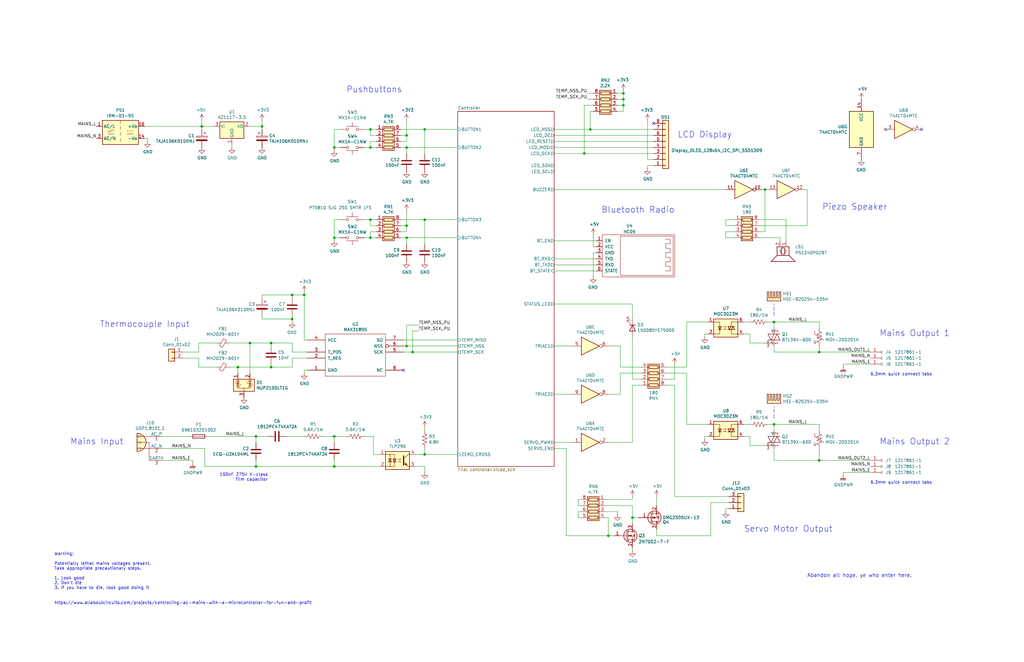
<source format=kicad_sch>
(kicad_sch (version 20250114) (generator "eeschema") (generator_version "9.0")
  (paper "USLedger")
  (title_block (title "Reflow Oven Controller") (date "2018-12-03") (rev "A"))
  (text "6.3mm quick connect tabs\n" (at 367.03 158.75 0) (effects (font (size 1.27 1.27)) (justify left bottom)))
  (text "Pushbuttons" (at 146.05 39.37 0) (effects (font (size 2.54 2.54)) (justify left bottom)))
  (text "Bluetooth Radio" (at 284.48 90.17 0) (effects (font (size 2.54 2.54)) (justify right bottom)))
  (text "Mains Input" (at 52.07 187.96 0) (effects (font (size 2.54 2.54)) (justify right bottom)))
  (text "Abandon all hope, ye who enter here." (at 340.36 243.84 0) (effects (font (size 1.524 1.524)) (justify left bottom)))
  (text "Mains Output 2" (at 370.84 187.96 0) (effects (font (size 2.54 2.54)) (justify left bottom)))
  (text "100nF 275V X-class\nfilm capacitor" (at 113.03 203.2 0) (effects (font (size 1.27 1.27)) (justify right bottom)))
  (text "Thermocouple Input" (at 80.01 138.43 0) (effects (font (size 2.54 2.54)) (justify right bottom)))
  (text "https://www.allaboutcircuits.com/projects/controlling-ac-mains-with-a-microcontroller-for-fun-and-profit" (at 22.86 255.27 0) (effects (font (size 1.27 1.27)) (justify left bottom)))
  (text "LCD Display" (at 285.75 58.42 0) (effects (font (size 2.54 2.54)) (justify left bottom)))
  (text "6.3mm quick connect tabs\n" (at 367.03 204.47 0) (effects (font (size 1.27 1.27)) (justify left bottom)))
  (text "Warning:\n\nPotentially lethal mains voltages present.\nTake appropriate precautionary steps.\n\n1. Look good\n2. Don't die\n3. If you have to die, look good doing it" (at 22.86 248.92 0) (effects (font (size 1.27 1.27)) (justify left bottom)))
  (text "Mains Output 1" (at 370.84 142.24 0) (effects (font (size 2.54 2.54)) (justify left bottom)))
  (text "Servo Motor Output" (at 313.69 224.79 0) (effects (font (size 2.54 2.54)) (justify left bottom)))
  (text "Piezo Speaker" (at 346.71 88.9 0) (effects (font (size 2.54 2.54)) (justify left bottom)))
  (junction (at 262.89 39.37))
  (junction (at 179.07 54.61))
  (junction (at 171.45 57.15))
  (junction (at 123.19 124.46))
  (junction (at 322.58 80.01))
  (junction (at 345.44 148.59))
  (junction (at 256.54 226.06))
  (junction (at 345.44 194.31))
  (junction (at 114.3 144.78))
  (junction (at 248.92 54.61))
  (junction (at 105.41 144.78))
  (junction (at 156.21 54.61))
  (junction (at 171.45 146.05))
  (junction (at 140.97 184.15))
  (junction (at 107.95 184.15))
  (junction (at 128.27 124.46))
  (junction (at 262.89 41.91))
  (junction (at 326.39 135.89))
  (junction (at 140.97 100.33))
  (junction (at 171.45 62.23))
  (junction (at 173.99 148.59))
  (junction (at 179.07 191.77))
  (junction (at 156.21 92.71))
  (junction (at 179.07 92.71))
  (junction (at 246.38 64.77))
  (junction (at 123.19 134.62))
  (junction (at 140.97 62.23))
  (junction (at 114.3 154.94))
  (junction (at 171.45 95.25))
  (junction (at 326.39 179.07))
  (junction (at 140.97 196.85))
  (junction (at 110.49 53.34))
  (junction (at 262.89 44.45))
  (junction (at 171.45 100.33))
  (junction (at 266.7 218.44))
  (junction (at 85.09 53.34))
  (junction (at 156.21 62.23))
  (junction (at 107.95 196.85))
  (junction (at 156.21 100.33))
  (junction (at 100.33 154.94))
  (no_connect (at 388.62 54.61))
  (no_connect (at 275.59 52.07))
  (no_connect (at 373.38 54.61))
  (no_connect (at 170.18 156.21))
  (wire (pts (xy 90.17 53.34) (xy 85.09 53.34)))
  (wire (pts (xy 128.27 157.48) (xy 128.27 156.21)))
  (wire (pts (xy 110.49 54.61) (xy 110.49 53.34)))
  (wire (pts (xy 156.21 57.15) (xy 156.21 54.61)))
  (wire (pts (xy 238.76 189.23) (xy 238.76 226.06)))
  (wire (pts (xy 128.27 124.46) (xy 128.27 143.51)))
  (wire (pts (xy 284.48 209.55) (xy 307.34 209.55)))
  (wire (pts (xy 123.19 151.13) (xy 123.19 154.94)))
  (wire (pts (xy 179.07 196.85) (xy 175.26 196.85)))
  (wire (pts (xy 297.18 142.24) (xy 297.18 140.97)))
  (wire (pts (xy 345.44 148.59) (xy 326.39 148.59)))
  (wire (pts (xy 156.21 100.33) (xy 156.21 97.79)))
  (wire (pts (xy 289.56 154.94) (xy 280.67 154.94)))
  (wire (pts (xy 262.89 41.91) (xy 262.89 44.45)))
  (wire (pts (xy 260.35 44.45) (xy 262.89 44.45)))
  (wire (pts (xy 316.23 184.15) (xy 316.23 187.96)))
  (wire (pts (xy 193.04 54.61) (xy 179.07 54.61)))
  (wire (pts (xy 153.67 62.23) (xy 156.21 62.23)))
  (wire (pts (xy 171.45 95.25) (xy 171.45 97.79)))
  (wire (pts (xy 262.89 46.99) (xy 260.35 46.99)))
  (wire (pts (xy 306.07 100.33) (xy 309.88 100.33)))
  (wire (pts (xy 256.54 226.06) (xy 259.08 226.06)))
  (wire (pts (xy 86.36 196.85) (xy 107.95 196.85)))
  (wire (pts (xy 156.21 59.69) (xy 158.75 59.69)))
  (wire (pts (xy 83.82 144.78) (xy 83.82 148.59)))
  (wire (pts (xy 77.47 151.13) (xy 83.82 151.13)))
  (wire (pts (xy 110.49 134.62) (xy 110.49 133.35)))
  (wire (pts (xy 128.27 156.21) (xy 129.54 156.21)))
  (wire (pts (xy 140.97 100.33) (xy 140.97 92.71)))
  (wire (pts (xy 306.07 95.25) (xy 306.07 92.71)))
  (wire (pts (xy 289.56 157.48) (xy 289.56 179.07)))
  (wire (pts (xy 313.69 184.15) (xy 316.23 184.15)))
  (wire (pts (xy 299.72 212.09) (xy 307.34 212.09)))
  (wire (pts (xy 110.49 124.46) (xy 123.19 124.46)))
  (wire (pts (xy 345.44 181.61) (xy 345.44 179.07)))
  (wire (pts (xy 266.7 142.24) (xy 266.7 160.02)))
  (wire (pts (xy 140.97 194.31) (xy 140.97 196.85)))
  (wire (pts (xy 345.44 135.89) (xy 326.39 135.89)))
  (wire (pts (xy 345.44 146.05) (xy 345.44 148.59)))
  (wire (pts (xy 326.39 181.61) (xy 326.39 179.07)))
  (wire (pts (xy 262.89 41.91) (xy 260.35 41.91)))
  (wire (pts (xy 243.84 213.36) (xy 243.84 210.82)))
  (wire (pts (xy 255.27 218.44) (xy 256.54 218.44)))
  (wire (pts (xy 326.39 138.43) (xy 326.39 135.89)))
  (wire (pts (xy 60.96 53.34) (xy 85.09 53.34)))
  (wire (pts (xy 140.97 62.23) (xy 143.51 62.23)))
  (wire (pts (xy 176.53 139.7) (xy 173.99 139.7)))
  (wire (pts (xy 306.07 97.79) (xy 306.07 100.33)))
  (wire (pts (xy 171.45 146.05) (xy 193.04 146.05)))
  (wire (pts (xy 306.07 92.71) (xy 309.88 92.71)))
  (wire (pts (xy 276.86 226.06) (xy 276.86 223.52)))
  (wire (pts (xy 233.68 114.3) (xy 251.46 114.3)))
  (wire (pts (xy 171.45 100.33) (xy 193.04 100.33)))
  (wire (pts (xy 170.18 148.59) (xy 173.99 148.59)))
  (wire (pts (xy 266.7 134.62) (xy 266.7 128.27)))
  (wire (pts (xy 316.23 140.97) (xy 316.23 144.78)))
  (wire (pts (xy 179.07 189.23) (xy 179.07 191.77)))
  (wire (pts (xy 266.7 213.36) (xy 255.27 213.36)))
  (wire (pts (xy 110.49 134.62) (xy 123.19 134.62)))
  (wire (pts (xy 326.39 135.89) (xy 323.85 135.89)))
  (wire (pts (xy 275.59 67.31) (xy 273.05 67.31)))
  (wire (pts (xy 289.56 135.89) (xy 298.45 135.89)))
  (wire (pts (xy 156.21 95.25) (xy 156.21 92.71)))
  (wire (pts (xy 345.44 138.43) (xy 345.44 135.89)))
  (wire (pts (xy 246.38 64.77) (xy 275.59 64.77)))
  (wire (pts (xy 140.97 184.15) (xy 135.89 184.15)))
  (wire (pts (xy 233.68 59.69) (xy 275.59 59.69)))
  (wire (pts (xy 266.7 186.69) (xy 266.7 162.56)))
  (wire (pts (xy 250.19 104.14) (xy 251.46 104.14)))
  (wire (pts (xy 233.68 146.05) (xy 241.3 146.05)))
  (wire (pts (xy 83.82 154.94) (xy 91.44 154.94)))
  (wire (pts (xy 233.68 64.77) (xy 246.38 64.77)))
  (wire (pts (xy 179.07 191.77) (xy 175.26 191.77)))
  (wire (pts (xy 340.36 80.01) (xy 340.36 95.25)))
  (wire (pts (xy 100.33 157.48) (xy 100.33 154.94)))
  (wire (pts (xy 248.92 46.99) (xy 248.92 54.61)))
  (wire (pts (xy 107.95 196.85) (xy 140.97 196.85)))
  (wire (pts (xy 156.21 62.23) (xy 156.21 59.69)))
  (wire (pts (xy 233.68 57.15) (xy 275.59 57.15)))
  (wire (pts (xy 140.97 92.71) (xy 143.51 92.71)))
  (wire (pts (xy 179.07 92.71) (xy 168.91 92.71)))
  (wire (pts (xy 270.51 157.48) (xy 261.62 157.48)))
  (wire (pts (xy 247.65 39.37) (xy 250.19 39.37)))
  (wire (pts (xy 250.19 106.68) (xy 251.46 106.68)))
  (wire (pts (xy 261.62 146.05) (xy 256.54 146.05)))
  (wire (pts (xy 245.11 215.9) (xy 243.84 215.9)))
  (wire (pts (xy 250.19 44.45) (xy 246.38 44.45)))
  (wire (pts (xy 266.7 210.82) (xy 266.7 209.55)))
  (wire (pts (xy 153.67 100.33) (xy 156.21 100.33)))
  (wire (pts (xy 91.44 144.78) (xy 83.82 144.78)))
  (wire (pts (xy 114.3 144.78) (xy 123.19 144.78)))
  (wire (pts (xy 297.18 185.42) (xy 297.18 184.15)))
  (wire (pts (xy 322.58 97.79) (xy 322.58 80.01)))
  (wire (pts (xy 129.54 151.13) (xy 123.19 151.13)))
  (wire (pts (xy 171.45 97.79) (xy 168.91 97.79)))
  (wire (pts (xy 243.84 218.44) (xy 245.11 218.44)))
  (wire (pts (xy 107.95 184.15) (xy 113.03 184.15)))
  (wire (pts (xy 355.6 153.67) (xy 367.03 153.67)))
  (wire (pts (xy 297.18 184.15) (xy 298.45 184.15)))
  (wire (pts (xy 179.07 199.39) (xy 179.07 196.85)))
  (wire (pts (xy 168.91 57.15) (xy 171.45 57.15)))
  (wire (pts (xy 128.27 123.19) (xy 128.27 124.46)))
  (wire (pts (xy 355.6 199.39) (xy 367.03 199.39)))
  (wire (pts (xy 233.68 62.23) (xy 275.59 62.23)))
  (wire (pts (xy 345.44 189.23) (xy 345.44 194.31)))
  (wire (pts (xy 260.35 39.37) (xy 262.89 39.37)))
  (wire (pts (xy 266.7 213.36) (xy 266.7 218.44)))
  (wire (pts (xy 367.03 148.59) (xy 345.44 148.59)))
  (wire (pts (xy 261.62 157.48) (xy 261.62 166.37)))
  (wire (pts (xy 156.21 54.61) (xy 158.75 54.61)))
  (wire (pts (xy 110.49 50.8) (xy 110.49 53.34)))
  (polyline (pts (xy 326.39 176.53) (xy 326.39 171.45)) (stroke (width 0) (type dash)))
  (wire (pts (xy 114.3 144.78) (xy 114.3 146.05)))
  (wire (pts (xy 157.48 184.15) (xy 157.48 191.77)))
  (wire (pts (xy 313.69 140.97) (xy 316.23 140.97)))
  (wire (pts (xy 153.67 54.61) (xy 156.21 54.61)))
  (wire (pts (xy 326.39 179.07) (xy 323.85 179.07)))
  (wire (pts (xy 367.03 194.31) (xy 345.44 194.31)))
  (wire (pts (xy 266.7 232.41) (xy 266.7 231.14)))
  (wire (pts (xy 123.19 135.89) (xy 123.19 134.62)))
  (wire (pts (xy 316.23 187.96) (xy 322.58 187.96)))
  (wire (pts (xy 123.19 154.94) (xy 114.3 154.94)))
  (wire (pts (xy 266.7 162.56) (xy 270.51 162.56)))
  (wire (pts (xy 114.3 154.94) (xy 114.3 153.67)))
  (wire (pts (xy 233.68 189.23) (xy 238.76 189.23)))
  (wire (pts (xy 273.05 50.8) (xy 273.05 67.31)))
  (wire (pts (xy 313.69 135.89) (xy 316.23 135.89)))
  (wire (pts (xy 256.54 186.69) (xy 266.7 186.69)))
  (wire (pts (xy 80.01 184.15) (xy 68.58 184.15)))
  (wire (pts (xy 260.35 215.9) (xy 255.27 215.9)))
  (wire (pts (xy 171.45 50.8) (xy 171.45 57.15)))
  (wire (pts (xy 86.36 189.23) (xy 68.58 189.23)))
  (wire (pts (xy 176.53 137.16) (xy 171.45 137.16)))
  (wire (pts (xy 345.44 179.07) (xy 326.39 179.07)))
  (wire (pts (xy 266.7 218.44) (xy 266.7 220.98)))
  (wire (pts (xy 81.28 194.31) (xy 68.58 194.31)))
  (wire (pts (xy 233.68 54.61) (xy 248.92 54.61)))
  (wire (pts (xy 179.07 64.77) (xy 179.07 54.61)))
  (wire (pts (xy 110.49 53.34) (xy 105.41 53.34)))
  (wire (pts (xy 156.21 62.23) (xy 158.75 62.23)))
  (wire (pts (xy 123.19 124.46) (xy 128.27 124.46)))
  (wire (pts (xy 128.27 184.15) (xy 120.65 184.15)))
  (wire (pts (xy 156.21 97.79) (xy 158.75 97.79)))
  (wire (pts (xy 328.93 100.33) (xy 328.93 101.6)))
  (wire (pts (xy 255.27 210.82) (xy 266.7 210.82)))
  (wire (pts (xy 270.51 160.02) (xy 266.7 160.02)))
  (wire (pts (xy 171.45 57.15) (xy 171.45 59.69)))
  (wire (pts (xy 248.92 54.61) (xy 275.59 54.61)))
  (wire (pts (xy 168.91 62.23) (xy 171.45 62.23)))
  (wire (pts (xy 193.04 92.71) (xy 179.07 92.71)))
  (wire (pts (xy 339.09 80.01) (xy 340.36 80.01)))
  (wire (pts (xy 170.18 143.51) (xy 193.04 143.51)))
  (wire (pts (xy 171.45 64.77) (xy 171.45 62.23)))
  (wire (pts (xy 233.68 186.69) (xy 241.3 186.69)))
  (wire (pts (xy 289.56 179.07) (xy 298.45 179.07)))
  (wire (pts (xy 355.6 200.66) (xy 355.6 199.39)))
  (wire (pts (xy 309.88 95.25) (xy 306.07 95.25)))
  (wire (pts (xy 297.18 140.97) (xy 298.45 140.97)))
  (wire (pts (xy 140.97 63.5) (xy 140.97 62.23)))
  (wire (pts (xy 309.88 97.79) (xy 306.07 97.79)))
  (wire (pts (xy 123.19 125.73) (xy 123.19 124.46)))
  (wire (pts (xy 171.45 102.87) (xy 171.45 100.33)))
  (wire (pts (xy 266.7 218.44) (xy 269.24 218.44)))
  (wire (pts (xy 331.47 92.71) (xy 320.04 92.71)))
  (wire (pts (xy 85.09 50.8) (xy 85.09 53.34)))
  (wire (pts (xy 326.39 148.59) (xy 326.39 146.05)))
  (wire (pts (xy 273.05 71.12) (xy 273.05 69.85)))
  (wire (pts (xy 179.07 191.77) (xy 193.04 191.77)))
  (wire (pts (xy 140.97 101.6) (xy 140.97 100.33)))
  (wire (pts (xy 261.62 154.94) (xy 261.62 146.05)))
  (wire (pts (xy 96.52 154.94) (xy 100.33 154.94)))
  (wire (pts (xy 173.99 148.59) (xy 193.04 148.59)))
  (wire (pts (xy 261.62 154.94) (xy 270.51 154.94)))
  (wire (pts (xy 250.19 41.91) (xy 247.65 41.91)))
  (wire (pts (xy 171.45 59.69) (xy 168.91 59.69)))
  (wire (pts (xy 171.45 62.23) (xy 193.04 62.23)))
  (wire (pts (xy 62.23 59.69) (xy 62.23 58.42)))
  (wire (pts (xy 81.28 194.31) (xy 81.28 195.58)))
  (wire (pts (xy 345.44 194.31) (xy 326.39 194.31)))
  (wire (pts (xy 273.05 69.85) (xy 275.59 69.85)))
  (wire (pts (xy 140.97 62.23) (xy 140.97 54.61)))
  (wire (pts (xy 160.02 196.85) (xy 140.97 196.85)))
  (wire (pts (xy 299.72 226.06) (xy 276.86 226.06)))
  (wire (pts (xy 179.07 102.87) (xy 179.07 92.71)))
  (wire (pts (xy 250.19 116.84) (xy 250.19 106.68)))
  (wire (pts (xy 140.97 186.69) (xy 140.97 184.15)))
  (wire (pts (xy 87.63 184.15) (xy 107.95 184.15)))
  (wire (pts (xy 85.09 53.34) (xy 85.09 54.61)))
  (wire (pts (xy 280.67 160.02) (xy 284.48 160.02)))
  (wire (pts (xy 173.99 139.7) (xy 173.99 148.59)))
  (wire (pts (xy 83.82 148.59) (xy 77.47 148.59)))
  (wire (pts (xy 123.19 148.59) (xy 129.54 148.59)))
  (wire (pts (xy 100.33 154.94) (xy 114.3 154.94)))
  (wire (pts (xy 171.45 88.9) (xy 171.45 95.25)))
  (wire (pts (xy 105.41 157.48) (xy 105.41 144.78)))
  (wire (pts (xy 340.36 95.25) (xy 320.04 95.25)))
  (wire (pts (xy 179.07 54.61) (xy 168.91 54.61)))
  (wire (pts (xy 96.52 144.78) (xy 105.41 144.78)))
  (wire (pts (xy 110.49 125.73) (xy 110.49 124.46)))
  (wire (pts (xy 261.62 166.37) (xy 256.54 166.37)))
  (wire (pts (xy 262.89 38.1) (xy 262.89 39.37)))
  (wire (pts (xy 262.89 44.45) (xy 262.89 46.99)))
  (wire (pts (xy 233.68 109.22) (xy 251.46 109.22)))
  (wire (pts (xy 62.23 58.42) (xy 60.96 58.42)))
  (wire (pts (xy 313.69 179.07) (xy 316.23 179.07)))
  (wire (pts (xy 146.05 184.15) (xy 140.97 184.15)))
  (wire (pts (xy 233.68 166.37) (xy 241.3 166.37)))
  (wire (pts (xy 276.86 209.55) (xy 276.86 213.36)))
  (wire (pts (xy 280.67 157.48) (xy 289.56 157.48)))
  (wire (pts (xy 83.82 151.13) (xy 83.82 154.94)))
  (wire (pts (xy 306.07 214.63) (xy 307.34 214.63)))
  (wire (pts (xy 321.31 80.01) (xy 322.58 80.01)))
  (wire (pts (xy 284.48 160.02) (xy 284.48 153.67)))
  (wire (pts (xy 280.67 162.56) (xy 284.48 162.56)))
  (wire (pts (xy 107.95 194.31) (xy 107.95 196.85)))
  (wire (pts (xy 250.19 99.06) (xy 250.19 104.14)))
  (wire (pts (xy 168.91 95.25) (xy 171.45 95.25)))
  (wire (pts (xy 168.91 100.33) (xy 171.45 100.33)))
  (wire (pts (xy 248.92 46.99) (xy 250.19 46.99)))
  (wire (pts (xy 245.11 213.36) (xy 243.84 213.36)))
  (wire (pts (xy 256.54 218.44) (xy 256.54 226.06)))
  (wire (pts (xy 140.97 100.33) (xy 143.51 100.33)))
  (wire (pts (xy 260.35 217.17) (xy 260.35 215.9)))
  (wire (pts (xy 326.39 194.31) (xy 326.39 189.23)))
  (wire (pts (xy 299.72 226.06) (xy 299.72 212.09)))
  (wire (pts (xy 316.23 144.78) (xy 322.58 144.78)))
  (wire (pts (xy 128.27 143.51) (xy 129.54 143.51)))
  (wire (pts (xy 179.07 181.61) (xy 179.07 180.34)))
  (wire (pts (xy 320.04 100.33) (xy 328.93 100.33)))
  (wire (pts (xy 355.6 154.94) (xy 355.6 153.67)))
  (wire (pts (xy 158.75 95.25) (xy 156.21 95.25)))
  (wire (pts (xy 123.19 134.62) (xy 123.19 133.35)))
  (wire (pts (xy 243.84 218.44) (xy 243.84 215.9)))
  (wire (pts (xy 107.95 186.69) (xy 107.95 184.15)))
  (polyline (pts (xy 326.39 133.35) (xy 326.39 128.27)) (stroke (width 0) (type dash)))
  (wire (pts (xy 157.48 191.77) (xy 160.02 191.77)))
  (wire (pts (xy 171.45 137.16) (xy 171.45 146.05)))
  (wire (pts (xy 140.97 54.61) (xy 143.51 54.61)))
  (wire (pts (xy 266.7 128.27) (xy 233.68 128.27)))
  (wire (pts (xy 105.41 144.78) (xy 114.3 144.78)))
  (wire (pts (xy 170.18 146.05) (xy 171.45 146.05)))
  (wire (pts (xy 262.89 39.37) (xy 262.89 41.91)))
  (wire (pts (xy 331.47 101.6) (xy 331.47 92.71)))
  (wire (pts (xy 156.21 100.33) (xy 158.75 100.33)))
  (wire (pts (xy 246.38 44.45) (xy 246.38 64.77)))
  (wire (pts (xy 284.48 162.56) (xy 284.48 209.55)))
  (wire (pts (xy 86.36 196.85) (xy 86.36 189.23)))
  (wire (pts (xy 153.67 92.71) (xy 156.21 92.71)))
  (wire (pts (xy 322.58 80.01) (xy 323.85 80.01)))
  (wire (pts (xy 233.68 80.01) (xy 306.07 80.01)))
  (wire (pts (xy 251.46 111.76) (xy 233.68 111.76)))
  (wire (pts (xy 123.19 144.78) (xy 123.19 148.59)))
  (wire (pts (xy 289.56 154.94) (xy 289.56 135.89)))
  (wire (pts (xy 233.68 101.6) (xy 251.46 101.6)))
  (wire (pts (xy 306.07 215.9) (xy 306.07 214.63)))
  (wire (pts (xy 156.21 92.71) (xy 158.75 92.71)))
  (wire (pts (xy 238.76 226.06) (xy 256.54 226.06)))
  (wire (pts (xy 158.75 57.15) (xy 156.21 57.15)))
  (wire (pts (xy 243.84 210.82) (xy 245.11 210.82)))
  (wire (pts (xy 97.79 62.23) (xy 97.79 60.96)))
  (wire (pts (xy 153.67 184.15) (xy 157.48 184.15)))
  (wire (pts (xy 320.04 97.79) (xy 322.58 97.79)))
  (label "MAINS_L" (at 40.64 53.34 180))
  (label "MAINS_L" (at 95.25 184.15 0))
  (label "MAINS_E" (at 72.39 194.31 0))
  (label "MAINS_N" (at 40.64 58.42 180))
  (label "TEMP_NSS_PU" (at 247.65 39.37 180))
  (label "MAINS_N" (at 72.39 189.23 0))
  (label "MAINS_OUT1_L" (at 367.03 148.59 180))
  (label "MAINS_N" (at 367.03 196.85 180))
  (label "TEMP_SCK_PU" (at 247.65 41.91 180))
  (label "MAINS_OUT2_L" (at 367.03 194.31 180))
  (label "TEMP_NSS_PU" (at 176.53 137.16 0))
  (label "MAINS_L" (at 340.36 179.07 180))
  (label "MAINS_E" (at 367.03 199.39 180))
  (label "TEMP_SCK_PU" (at 176.53 139.7 0))
  (label "MAINS_N" (at 367.03 151.13 180))
  (label "MAINS_E" (at 367.03 153.67 180))
  (label "MAINS_L" (at 340.36 135.89 180))
  (symbol (lib_id "win:MAX31855") (at 149.86 149.86 0) (unit 1)
    (property "Reference" "U2" (at 149.86 136.779 0))
    (property "Value" "MAX31855" (at 149.86 139.0904 0))
    (property "Footprint" "Package_SO:SOIC-8_3.9x4.9mm_P1.27mm" (effects (hide yes)))
    (property "Datasheet" "DOCUMENTATION" (effects (hide yes)))
  )
  (symbol (lib_id "power:+3V3") (at 128.27 123.19 0) (unit 1)
    (property "Reference" "#PWR010" (effects (hide yes)))
    (property "Value" "+3V3" (at 128.651 118.7958 0))
  )
  (symbol (lib_id "power:GND") (at 128.27 157.48 0) (unit 1)
    (property "Reference" "#PWR011" (effects (hide yes)))
    (property "Value" "GND" (at 128.397 161.8742 0))
  )
  (symbol (lib_id "Device:Ferrite_Bead_Small") (at 93.98 144.78 270) (unit 1)
    (property "Reference" "FB1" (at 93.98 138.7602 90))
    (property "Value" "MH2029-601Y" (at 93.98 141.0716 90))
    (property "Footprint" "Inductor_SMD:L_0805_2012Metric" (effects (hide yes)))
  )
  (symbol (lib_id "Device:Ferrite_Bead_Small") (at 93.98 154.94 270) (unit 1)
    (property "Reference" "FB2" (at 93.98 148.9202 90))
    (property "Value" "MH2029-601Y" (at 93.98 151.2316 90))
    (property "Footprint" "Inductor_SMD:L_0805_2012Metric" (effects (hide yes)))
  )
  (symbol (lib_id "Device:C") (at 114.3 149.86 0) (unit 1)
    (property "Reference" "C5" (at 117.221 148.6916 0) (effects (justify left)))
    (property "Value" "10nF" (at 117.221 151.003 0) (effects (justify left)))
    (property "Footprint" "Capacitor_SMD:C_0805_2012Metric" (effects (hide yes)))
  )
  (symbol (lib_id "Device:CP") (at 110.49 129.54 0) (mirror y) (unit 1)
    (property "Reference" "C3" (at 107.4928 128.3716 0) (effects (justify left)))
    (property "Value" "TAJA106K010RNJ" (at 107.4928 130.683 0) (effects (justify left)))
    (property "Footprint" "Capacitor_Tantalum_SMD:CP_EIA-3216-18_Kemet-A" (effects (hide yes)))
  )
  (symbol (lib_id "Device:C") (at 123.19 129.54 0) (mirror y) (unit 1)
    (property "Reference" "C7" (at 120.269 128.3716 0) (effects (justify left)))
    (property "Value" "100nF" (at 120.269 130.683 0) (effects (justify left)))
    (property "Footprint" "Capacitor_SMD:C_0805_2012Metric" (effects (hide yes)))
  )
  (symbol (lib_id "power:GND") (at 123.19 135.89 0) (mirror y) (unit 1)
    (property "Reference" "#PWR09" (effects (hide yes)))
    (property "Value" "GND" (at 123.063 140.2842 0))
  )
  (symbol (lib_id "power:GNDPWR") (at 355.6 154.94 0) (unit 1)
    (property "Reference" "#PWR030" (effects (hide yes)))
    (property "Value" "GNDPWR" (at 355.7016 158.8516 0))
  )
  (symbol (lib_id "74xx:74HCT04") (at 248.92 186.69 0) (unit 1)
    (property "Reference" "U6" (at 248.92 178.6382 0))
    (property "Value" "74ACT04MTC" (at 248.92 180.9496 0))
    (property "Footprint" "Package_SO:TSSOP-14_4.4x5mm_P0.65mm" (effects (hide yes)))
    (property "Datasheet" "http://www.nxp.com/documents/data_sheet/74HC_HCT04.pdf" (effects (hide yes)))
  )
  (symbol (lib_id "74xx:74HCT04") (at 381 54.61 0) (unit 2)
    (property "Reference" "U6" (at 381 46.5582 0))
    (property "Value" "74ACT04MTC" (at 381 48.8696 0))
    (property "Footprint" "Package_SO:TSSOP-14_4.4x5mm_P0.65mm" (effects (hide yes)))
    (property "Datasheet" "http://www.nxp.com/documents/data_sheet/74HC_HCT04.pdf" (effects (hide yes)))
  )
  (symbol (lib_id "74xx:74HCT04") (at 248.92 146.05 0) (unit 3)
    (property "Reference" "U6" (at 248.92 137.9982 0))
    (property "Value" "74ACT04MTC" (at 248.92 140.3096 0))
    (property "Footprint" "Package_SO:TSSOP-14_4.4x5mm_P0.65mm" (effects (hide yes)))
    (property "Datasheet" "http://www.nxp.com/documents/data_sheet/74HC_HCT04.pdf" (effects (hide yes)))
  )
  (symbol (lib_id "74xx:74HCT04") (at 248.92 166.37 0) (unit 4)
    (property "Reference" "U6" (at 248.92 158.3182 0))
    (property "Value" "74ACT04MTC" (at 248.92 160.6296 0))
    (property "Footprint" "Package_SO:TSSOP-14_4.4x5mm_P0.65mm" (effects (hide yes)))
    (property "Datasheet" "http://www.nxp.com/documents/data_sheet/74HC_HCT04.pdf" (effects (hide yes)))
  )
  (symbol (lib_id "74xx:74HCT04") (at 313.69 80.01 0) (unit 5)
    (property "Reference" "U6" (at 313.69 71.9582 0))
    (property "Value" "74ACT04MTC" (at 313.69 74.2696 0))
    (property "Footprint" "Package_SO:TSSOP-14_4.4x5mm_P0.65mm" (effects (hide yes)))
    (property "Datasheet" "http://www.nxp.com/documents/data_sheet/74HC_HCT04.pdf" (effects (hide yes)))
  )
  (symbol (lib_id "74xx:74HCT04") (at 331.47 80.01 0) (unit 6)
    (property "Reference" "U6" (at 331.47 71.9582 0))
    (property "Value" "74ACT04MTC" (at 331.47 74.2696 0))
    (property "Footprint" "Package_SO:TSSOP-14_4.4x5mm_P0.65mm" (effects (hide yes)))
    (property "Datasheet" "http://www.nxp.com/documents/data_sheet/74HC_HCT04.pdf" (effects (hide yes)))
  )
  (symbol (lib_id "74xx:74HCT04") (at 363.22 54.61 0) (mirror y) (unit 7)
    (property "Reference" "U6" (at 357.378 53.4416 0) (effects (justify left)))
    (property "Value" "74ACT04MTC" (at 357.378 55.753 0) (effects (justify left)))
    (property "Footprint" "Package_SO:TSSOP-14_4.4x5mm_P0.65mm" (effects (hide yes)))
    (property "Datasheet" "http://www.nxp.com/documents/data_sheet/74HC_HCT04.pdf" (effects (hide yes)))
  )
  (symbol (lib_id "power:+5V") (at 363.22 41.91 0) (unit 1)
    (property "Reference" "#PWR032" (effects (hide yes)))
    (property "Value" "+5V" (at 363.601 37.5158 0))
  )
  (symbol (lib_id "power:GND") (at 363.22 67.31 0) (mirror y) (unit 1)
    (property "Reference" "#PWR033" (effects (hide yes)))
    (property "Value" "GND" (at 363.093 71.7042 0))
  )
  (symbol (lib_id "win:HC05") (at 257.81 107.95 0) (mirror x) (unit 1)
    (property "Reference" "U4" (at 265.43 95.25 0))
    (property "Value" "HC05" (at 265.43 97.79 0))
    (property "Footprint" "win:Module_Bluetooth_HC05" (effects (hide yes)))
  )
  (symbol (lib_id "Device:R_US") (at 132.08 184.15 270) (unit 1)
    (property "Reference" "R1" (at 132.08 178.943 90))
    (property "Value" "5.6K/1W" (at 132.08 181.2544 90))
    (property "Footprint" "Resistor_SMD:R_2512_6332Metric" (effects (hide yes)))
  )
  (symbol (lib_id "Device:C") (at 116.84 184.15 270) (unit 1)
    (property "Reference" "C6" (at 116.84 177.7492 90))
    (property "Value" "1812PC474KAT2A" (at 116.84 180.0606 90))
    (property "Footprint" "Capacitor_SMD:C_1812_4532Metric" (effects (hide yes)))
  )
  (symbol (lib_id "Device:R_US") (at 179.07 185.42 180) (unit 1)
    (property "Reference" "R3" (at 180.7972 184.2516 0) (effects (justify right)))
    (property "Value" "6.8K" (at 180.7972 186.563 0) (effects (justify right)))
    (property "Footprint" "Resistor_SMD:R_0805_2012Metric" (effects (hide yes)))
  )
  (symbol (lib_id "power:+3V3") (at 179.07 180.34 0) (unit 1)
    (property "Reference" "#PWR018" (effects (hide yes)))
    (property "Value" "+3V3" (at 179.451 175.9458 0))
  )
  (symbol (lib_id "power:GND") (at 179.07 199.39 0) (unit 1)
    (property "Reference" "#PWR019" (effects (hide yes)))
    (property "Value" "GND" (at 179.197 203.7842 0))
  )
  (symbol (lib_id "Device:C") (at 140.97 190.5 0) (mirror x) (unit 1)
    (property "Reference" "C8" (at 138.0744 189.3316 0) (effects (justify right)))
    (property "Value" "1812PC474KAT2A" (at 138.0744 191.643 0) (effects (justify right)))
    (property "Footprint" "Capacitor_SMD:C_1812_4532Metric" (effects (hide yes)))
  )
  (symbol (lib_id "Device:R_US") (at 149.86 184.15 270) (unit 1)
    (property "Reference" "R2" (at 149.86 178.943 90))
    (property "Value" "5.6K/1W" (at 149.86 181.2544 90))
    (property "Footprint" "Resistor_SMD:R_2512_6332Metric" (effects (hide yes)))
  )
  (symbol (lib_id "Isolator:TLP290") (at 167.64 194.31 0) (unit 1)
    (property "Reference" "U3" (at 167.64 186.055 0))
    (property "Value" "TLP290" (at 167.64 188.3664 0))
    (property "Footprint" "Package_SO:SOP-4_4.4x2.8mm_P1.27mm" (effects (hide yes)))
    (property "Datasheet" "https://toshiba.semicon-storage.com/info/docget.jsp?did=12882&prodName=TLP290" (effects (hide yes)))
  )
  (symbol (lib_id "power:GNDPWR") (at 81.28 195.58 0) (unit 1)
    (property "Reference" "#PWR01" (effects (hide yes)))
    (property "Value" "GNDPWR" (at 81.3816 199.4916 0))
  )
  (symbol (lib_id "power:GNDPWR") (at 355.6 200.66 0) (unit 1)
    (property "Reference" "#PWR031" (effects (hide yes)))
    (property "Value" "GNDPWR" (at 355.7016 204.5716 0))
  )
  (symbol (lib_id "Triac_Thyristor:BT139-600") (at 326.39 185.42 0) (unit 1)
    (property "Reference" "Q2" (at 329.6412 184.2516 0) (effects (justify left)))
    (property "Value" "BT139X-600" (at 329.6412 186.563 0) (effects (justify left)))
    (property "Footprint" "Package_TO_SOT_THT:TO-220-3_Vertical" (effects (hide yes)))
    (property "Datasheet" "https://www.rapidonline.com/pdf/47-3240.pdf" (effects (hide yes)))
  )
  (symbol (lib_id "Device:C") (at 107.95 190.5 0) (mirror y) (unit 1)
    (property "Reference" "C2" (at 105.029 189.3316 0) (effects (justify left)))
    (property "Value" "ECQ-U2A104ML" (at 105.029 191.643 0) (effects (justify left)))
    (property "Footprint" "Capacitor_THT:C_Rect_L18.0mm_W6.0mm_P15.00mm_FKS3_FKP3" (effects (hide yes)))
  )
  (symbol (lib_id "Isolator:TLP3021") (at 306.07 181.61 0) (unit 1)
    (property "Reference" "U8" (at 306.07 173.355 0))
    (property "Value" "MOC3023M" (at 306.07 175.6664 0))
    (property "Footprint" "Package_DIP:DIP-6_W7.62mm" (effects (hide yes)))
    (property "Datasheet" "https://toshiba.semicon-storage.com/info/docget.jsp?did=1421&prodName=TLP3021(S)" (effects (hide yes)))
  )
  (symbol (lib_id "Device:R_US") (at 320.04 179.07 270) (unit 1)
    (property "Reference" "R5" (at 320.04 173.863 90))
    (property "Value" "180/1W" (at 320.04 176.1744 90))
    (property "Footprint" "Resistor_SMD:R_2512_6332Metric" (effects (hide yes)))
  )
  (symbol (lib_id "Mechanical:Heatsink") (at 326.39 170.18 0) (unit 1)
    (property "Reference" "HS2" (at 329.9968 167.1066 0) (effects (justify left)))
    (property "Value" "HSE-B20254-035H" (at 329.9968 169.418 0) (effects (justify left)))
    (property "Footprint" "win:Heatsink_CUI_HSE-B20254-035H" (effects (hide yes)))
  )
  (symbol (lib_id "Device:Varistor_US") (at 345.44 185.42 0) (unit 1)
    (property "Reference" "RV2" (at 348.0562 184.2516 0) (effects (justify left)))
    (property "Value" "MOV-20D201K" (at 348.0562 186.563 0) (effects (justify left)))
    (property "Footprint" "Varistor:RV_Disc_D21.5mm_W4.3mm_P10mm" (effects (hide yes)))
  )
  (symbol (lib_id "Switch:SW_Push") (at 148.59 54.61 0) (unit 1)
    (property "Reference" "SW3" (at 148.59 47.371 0))
    (property "Value" "MX1A-C1NW" (at 148.59 49.6824 0))
    (property "Footprint" "win:Switch_Cherry_MX1A_1.00u_PCB" (effects (hide yes)))
  )
  (symbol (lib_id "Device:R_Pack04") (at 163.83 59.69 270) (unit 1)
    (property "Reference" "RN3" (at 163.83 49.0982 90))
    (property "Value" "4.7K" (at 163.83 51.4096 90))
    (property "Footprint" "Resistor_SMD:R_Array_Convex_4x0603" (effects (hide yes)))
  )
  (symbol (lib_id "power:+3V3") (at 171.45 50.8 0) (unit 1)
    (property "Reference" "#PWR022" (effects (hide yes)))
    (property "Value" "+3V3" (at 171.831 46.4058 0))
  )
  (symbol (lib_id "Device:C") (at 171.45 68.58 0) (mirror x) (unit 1)
    (property "Reference" "C12" (at 168.5544 67.4116 0) (effects (justify right)))
    (property "Value" "100nF" (at 168.5544 69.723 0) (effects (justify right)))
    (property "Footprint" "Capacitor_SMD:C_0805_2012Metric" (effects (hide yes)))
  )
  (symbol (lib_id "power:GND") (at 140.97 63.5 0) (unit 1)
    (property "Reference" "#PWR029" (effects (hide yes)))
    (property "Value" "GND" (at 141.097 67.8942 0))
  )
  (symbol (lib_id "Device:C") (at 179.07 68.58 0) (unit 1)
    (property "Reference" "C11" (at 181.991 67.4116 0) (effects (justify left)))
    (property "Value" "100nF" (at 181.991 69.723 0) (effects (justify left)))
    (property "Footprint" "Capacitor_SMD:C_0805_2012Metric" (effects (hide yes)))
  )
  (symbol (lib_id "power:GND") (at 171.45 72.39 0) (unit 1)
    (property "Reference" "#PWR023" (effects (hide yes)))
    (property "Value" "GND" (at 171.577 76.7842 0))
  )
  (symbol (lib_id "power:GND") (at 179.07 72.39 0) (unit 1)
    (property "Reference" "#PWR021" (effects (hide yes)))
    (property "Value" "GND" (at 179.197 76.7842 0))
  )
  (symbol (lib_id "Switch:SW_Push") (at 148.59 62.23 0) (mirror x) (unit 1)
    (property "Reference" "SW4" (at 148.59 57.531 0))
    (property "Value" "MX1A-C1NW" (at 148.59 59.8424 0))
    (property "Footprint" "win:Switch_Cherry_MX1A_1.00u_PCB" (effects (hide yes)))
  )
  (symbol (lib_id "Triac_Thyristor:BT139-600") (at 326.39 142.24 0) (unit 1)
    (property "Reference" "Q1" (at 329.6412 141.0716 0) (effects (justify left)))
    (property "Value" "BT139X-600" (at 329.6412 143.383 0) (effects (justify left)))
    (property "Footprint" "Package_TO_SOT_THT:TO-220-3_Vertical" (effects (hide yes)))
    (property "Datasheet" "https://www.rapidonline.com/pdf/47-3240.pdf" (effects (hide yes)))
  )
  (symbol (lib_id "Isolator:TLP3021") (at 306.07 138.43 0) (unit 1)
    (property "Reference" "U7" (at 306.07 130.175 0))
    (property "Value" "MOC3023M" (at 306.07 132.4864 0))
    (property "Footprint" "Package_DIP:DIP-6_W7.62mm" (effects (hide yes)))
    (property "Datasheet" "https://toshiba.semicon-storage.com/info/docget.jsp?did=1421&prodName=TLP3021(S)" (effects (hide yes)))
  )
  (symbol (lib_id "Device:R_US") (at 320.04 135.89 270) (unit 1)
    (property "Reference" "R4" (at 320.04 130.683 90))
    (property "Value" "180/1W" (at 320.04 132.9944 90))
    (property "Footprint" "Resistor_SMD:R_2512_6332Metric" (effects (hide yes)))
  )
  (symbol (lib_id "Mechanical:Heatsink") (at 326.39 127 0) (unit 1)
    (property "Reference" "HS1" (at 329.9968 123.9266 0) (effects (justify left)))
    (property "Value" "HSE-B20254-035H" (at 329.9968 126.238 0) (effects (justify left)))
    (property "Footprint" "win:Heatsink_CUI_HSE-B20254-035H" (effects (hide yes)))
  )
  (symbol (lib_id "Device:Varistor_US") (at 345.44 142.24 0) (unit 1)
    (property "Reference" "RV1" (at 348.0562 141.0716 0) (effects (justify left)))
    (property "Value" "MOV-20D201K" (at 348.0562 143.383 0) (effects (justify left)))
    (property "Footprint" "Varistor:RV_Disc_D21.5mm_W4.3mm_P10mm" (effects (hide yes)))
  )
  (symbol (lib_id "Switch:SW_Push") (at 148.59 92.71 0) (unit 1)
    (property "Reference" "SW1" (at 148.59 85.09 0))
    (property "Value" "PTS810 SJG 250 SMTR LFS" (at 143.51 87.63 0))
    (property "Footprint" "win:Pushbutton_PTS810_SJx_250_SMTR_LFS" (effects (hide yes)))
  )
  (symbol (lib_id "Device:R_Pack04") (at 163.83 97.79 270) (unit 1)
    (property "Reference" "RN1" (at 163.83 87.1982 90))
    (property "Value" "4.7K" (at 163.83 89.5096 90))
    (property "Footprint" "Resistor_SMD:R_Array_Convex_4x0603" (effects (hide yes)))
  )
  (symbol (lib_id "power:+3V3") (at 171.45 88.9 0) (unit 1)
    (property "Reference" "#PWR013" (effects (hide yes)))
    (property "Value" "+3V3" (at 171.831 84.5058 0))
  )
  (symbol (lib_id "Device:C") (at 171.45 106.68 0) (mirror x) (unit 1)
    (property "Reference" "C9" (at 168.5544 105.5116 0) (effects (justify right)))
    (property "Value" "100nF" (at 168.5544 107.823 0) (effects (justify right)))
    (property "Footprint" "Capacitor_SMD:C_0805_2012Metric" (effects (hide yes)))
  )
  (symbol (lib_id "power:GND") (at 140.97 101.6 0) (unit 1)
    (property "Reference" "#PWR012" (effects (hide yes)))
    (property "Value" "GND" (at 141.097 105.9942 0))
  )
  (symbol (lib_id "Device:C") (at 179.07 106.68 0) (unit 1)
    (property "Reference" "C10" (at 181.991 105.5116 0) (effects (justify left)))
    (property "Value" "100nF" (at 181.991 107.823 0) (effects (justify left)))
    (property "Footprint" "Capacitor_SMD:C_0805_2012Metric" (effects (hide yes)))
  )
  (symbol (lib_id "power:GND") (at 171.45 110.49 0) (unit 1)
    (property "Reference" "#PWR014" (effects (hide yes)))
    (property "Value" "GND" (at 171.577 114.8842 0))
  )
  (symbol (lib_id "power:GND") (at 179.07 110.49 0) (unit 1)
    (property "Reference" "#PWR017" (effects (hide yes)))
    (property "Value" "GND" (at 179.197 114.8842 0))
  )
  (symbol (lib_id "Connector_Generic:Conn_01x08") (at 280.67 62.23 0) (mirror x) (unit 1)
    (property "Reference" "DS1" (at 280.67 49.53 0))
    (property "Value" "Display_OLED_128x64_I2C_SPI_SSD1309" (at 302.26 63.5 0))
    (property "Footprint" "win:Display_OLED_128x64_I2C_SPI_SSD1309" (effects (hide yes)))
  )
  (symbol (lib_id "Power_Protection:NUP2105L") (at 102.87 162.56 0) (unit 1)
    (property "Reference" "D1" (at 108.077 161.3916 0) (effects (justify left)))
    (property "Value" "NUP2105LT1G" (at 108.077 163.703 0) (effects (justify left)))
    (property "Footprint" "Package_TO_SOT_SMD:SOT-23" (effects (hide yes)))
    (property "Datasheet" "http://www.onsemi.com/pub_link/Collateral/NUP2105L-D.PDF" (effects (hide yes)))
  )
  (symbol (lib_id "Switch:SW_Push") (at 148.59 100.33 0) (mirror x) (unit 1)
    (property "Reference" "SW2" (at 148.59 95.631 0))
    (property "Value" "MX1A-C1NW" (at 148.59 97.9424 0))
    (property "Footprint" "win:Switch_Cherry_MX1A_1.00u_PCB" (effects (hide yes)))
  )
  (symbol (lib_id "power:GND") (at 102.87 167.64 0) (unit 1)
    (property "Reference" "#PWR039" (effects (hide yes)))
    (property "Value" "GND" (at 102.997 172.0342 0))
  )
  (symbol (lib_id "power:+5V") (at 284.48 153.67 0) (unit 1)
    (property "Reference" "#PWR046" (effects (hide yes)))
    (property "Value" "+5V" (at 284.861 149.2758 0))
  )
  (symbol (lib_id "Device:LED") (at 266.7 138.43 270) (unit 1)
    (property "Reference" "D3" (at 268.6812 137.0838 90) (effects (justify left)))
    (property "Value" "150080YS75000" (at 268.6812 139.3952 90) (effects (justify left)))
    (property "Footprint" "LED_SMD:LED_0805_2012Metric" (effects (hide yes)))
  )
  (symbol (lib_id "Transistor_FET:BSS138") (at 264.16 226.06 0) (unit 1)
    (property "Reference" "Q3" (at 269.24 226.06 0) (effects (justify left)))
    (property "Value" "2N7002-7-F" (at 269.24 228.6 0) (effects (justify left)))
    (property "Footprint" "Package_TO_SOT_SMD:SOT-23" (effects (hide yes)))
    (property "internal_part" "93" (effects (hide yes)))
  )
  (symbol (lib_id "power:GND") (at 266.7 232.41 0) (unit 1)
    (property "Reference" "#PWR041" (effects (hide yes)))
    (property "Value" "GND" (at 266.827 236.8042 0))
  )
  (symbol (lib_id "power:+5V") (at 276.86 209.55 0) (unit 1)
    (property "Reference" "#PWR042" (effects (hide yes)))
    (property "Value" "+5V" (at 277.241 205.1558 0))
  )
  (symbol (lib_id "win:DMG2305UX-13") (at 274.32 218.44 0) (mirror x) (unit 1)
    (property "Reference" "Q4" (at 279.4 220.345 0) (effects (justify left)))
    (property "Value" "DMG2305UX-13" (at 279.4 218.44 0) (effects (justify left)))
    (property "Footprint" "Package_TO_SOT_SMD:SOT-23" (effects (hide yes)))
    (property "internal_part" "94" (effects (hide yes)))
  )
  (symbol (lib_id "power:+5V") (at 266.7 209.55 0) (unit 1)
    (property "Reference" "#PWR040" (effects (hide yes)))
    (property "Value" "+5V" (at 267.081 205.1558 0))
  )
  (symbol (lib_id "Device:R_Pack04") (at 250.19 215.9 90) (mirror x) (unit 1)
    (property "Reference" "RN6" (at 250.19 205.3082 90))
    (property "Value" "4.7K" (at 250.19 207.6196 90))
    (property "Footprint" "Resistor_SMD:R_Array_Convex_4x0603" (effects (hide yes)))
  )
  (symbol (lib_id "power:GND") (at 260.35 217.17 0) (unit 1)
    (property "Reference" "#PWR03" (effects (hide yes)))
    (property "Value" "GND" (at 260.477 221.5642 0))
  )
  (symbol (lib_id "Connector:Conn_01x01_Female") (at 372.11 148.59 0) (unit 1)
    (property "Reference" "J4" (at 373.38 148.59 0) (effects (justify left)))
    (property "Value" "1217861-1" (at 377.19 148.59 0) (effects (justify left)))
    (property "Footprint" "win:Connector_FastOn_6.35mm" (effects (hide yes)))
  )
  (symbol (lib_id "Connector:Conn_01x01_Female") (at 372.11 151.13 0) (unit 1)
    (property "Reference" "J5" (at 373.38 151.13 0) (effects (justify left)))
    (property "Value" "1217861-1" (at 377.19 151.13 0) (effects (justify left)))
    (property "Footprint" "win:Connector_FastOn_6.35mm" (effects (hide yes)))
  )
  (symbol (lib_id "Connector:Conn_01x01_Female") (at 372.11 153.67 0) (unit 1)
    (property "Reference" "J6" (at 373.38 153.67 0) (effects (justify left)))
    (property "Value" "1217861-1" (at 377.19 153.67 0) (effects (justify left)))
    (property "Footprint" "win:Connector_FastOn_6.35mm" (effects (hide yes)))
  )
  (symbol (lib_id "Connector:Conn_01x01_Female") (at 372.11 194.31 0) (unit 1)
    (property "Reference" "J7" (at 373.38 194.31 0) (effects (justify left)))
    (property "Value" "1217861-1" (at 377.19 194.31 0) (effects (justify left)))
    (property "Footprint" "win:Connector_FastOn_6.35mm" (effects (hide yes)))
  )
  (symbol (lib_id "Connector:Conn_01x01_Female") (at 372.11 196.85 0) (unit 1)
    (property "Reference" "J8" (at 373.38 196.85 0) (effects (justify left)))
    (property "Value" "1217861-1" (at 377.19 196.85 0) (effects (justify left)))
    (property "Footprint" "win:Connector_FastOn_6.35mm" (effects (hide yes)))
  )
  (symbol (lib_id "Connector:Conn_01x01_Female") (at 372.11 199.39 0) (unit 1)
    (property "Reference" "J9" (at 373.38 199.39 0) (effects (justify left)))
    (property "Value" "1217861-1" (at 377.19 199.39 0) (effects (justify left)))
    (property "Footprint" "win:Connector_FastOn_6.35mm" (effects (hide yes)))
  )
  (symbol (lib_id "Converter_ACDC:IRM-03-5S") (at 50.8 55.88 0) (unit 1)
    (property "Reference" "PS1" (at 50.8 46.5582 0))
    (property "Value" "IRM-03-5S" (at 50.8 48.8696 0))
    (property "Footprint" "Converter_ACDC:Converter_ACDC_MeanWell_IRM-03-xx_SMD" (effects (hide yes)))
    (property "Datasheet" "http://www.mouser.com/ds/2/260/IRM-03-spec-881203.pdf" (effects (hide yes)))
  )
  (symbol (lib_id "Regulator_Linear:AZ1117-3.3") (at 97.79 53.34 0) (unit 1)
    (property "Reference" "U1" (at 97.79 47.1932 0))
    (property "Value" "AZ1117-3.3" (at 97.79 49.5046 0))
    (property "Footprint" "Package_TO_SOT_SMD:SOT-223" (effects (hide yes)))
    (property "Datasheet" "https://www.diodes.com/assets/Datasheets/AZ1117.pdf" (effects (hide yes)))
  )
  (symbol (lib_id "Device:CP") (at 85.09 58.42 0) (mirror y) (unit 1)
    (property "Reference" "C1" (at 82.0928 57.2516 0) (effects (justify left)))
    (property "Value" "TAJA106K010RNJ" (at 82.0928 59.563 0) (effects (justify left)))
    (property "Footprint" "Capacitor_Tantalum_SMD:CP_EIA-3216-18_Kemet-A" (effects (hide yes)))
  )
  (symbol (lib_id "Device:CP") (at 110.49 58.42 0) (unit 1)
    (property "Reference" "C4" (at 113.4872 57.2516 0) (effects (justify left)))
    (property "Value" "TAJA106K010RNJ" (at 113.4872 59.563 0) (effects (justify left)))
    (property "Footprint" "Capacitor_Tantalum_SMD:CP_EIA-3216-18_Kemet-A" (effects (hide yes)))
  )
  (symbol (lib_id "power:GND") (at 85.09 62.23 0) (unit 1)
    (property "Reference" "#PWR0103" (effects (hide yes)))
    (property "Value" "GND" (at 85.217 66.6242 0))
  )
  (symbol (lib_id "power:GND") (at 97.79 62.23 0) (unit 1)
    (property "Reference" "#PWR0104" (effects (hide yes)))
    (property "Value" "GND" (at 97.917 66.6242 0))
  )
  (symbol (lib_id "power:GND") (at 110.49 62.23 0) (unit 1)
    (property "Reference" "#PWR0105" (effects (hide yes)))
    (property "Value" "GND" (at 110.617 66.6242 0))
  )
  (symbol (lib_id "power:+3V3") (at 110.49 50.8 0) (unit 1)
    (property "Reference" "#PWR0106" (effects (hide yes)))
    (property "Value" "+3V3" (at 110.871 46.4058 0))
  )
  (symbol (lib_id "power:+5V") (at 85.09 50.8 0) (mirror y) (unit 1)
    (property "Reference" "#PWR0107" (effects (hide yes)))
    (property "Value" "+5V" (at 84.709 46.4058 0))
  )
  (symbol (lib_id "power:GND") (at 62.23 59.69 0) (unit 1)
    (property "Reference" "#PWR0108" (effects (hide yes)))
    (property "Value" "GND" (at 62.357 64.0842 0))
  )
  (symbol (lib_id "power:+5V") (at 250.19 99.06 0) (unit 1)
    (property "Reference" "#PWR015" (effects (hide yes)))
    (property "Value" "+5V" (at 250.571 94.6658 0))
  )
  (symbol (lib_id "power:GND") (at 250.19 116.84 0) (mirror y) (unit 1)
    (property "Reference" "#PWR016" (effects (hide yes)))
    (property "Value" "GND" (at 250.063 121.2342 0))
  )
  (symbol (lib_id "power:GND") (at 273.05 71.12 0) (unit 1)
    (property "Reference" "#PWR026" (effects (hide yes)))
    (property "Value" "GND" (at 273.177 75.5142 0))
  )
  (symbol (lib_id "power:+3V3") (at 262.89 38.1 0) (mirror y) (unit 1)
    (property "Reference" "#PWR024" (effects (hide yes)))
    (property "Value" "+3V3" (at 262.509 33.7058 0))
  )
  (symbol (lib_id "power:+3V3") (at 273.05 50.8 0) (mirror y) (unit 1)
    (property "Reference" "#PWR?" (effects (hide yes)))
    (property "Value" "+3V3" (at 272.669 46.4058 0))
  )
  (symbol (lib_id "power:GND") (at 306.07 215.9 0) (unit 1)
    (property "Reference" "#PWR043" (effects (hide yes)))
    (property "Value" "GND" (at 306.197 220.2942 0))
  )
  (symbol (lib_id "Connector_Generic:Conn_01x03") (at 312.42 212.09 0) (mirror x) (unit 1)
    (property "Reference" "J12" (at 310.3372 203.835 0))
    (property "Value" "Conn_01x03" (at 310.3372 206.1464 0))
    (property "Footprint" "Connector_PinHeader_2.54mm:PinHeader_1x03_P2.54mm_Vertical" (effects (hide yes)))
  )
  (symbol (lib_id "Connector:Conn_WallSocket_Earth") (at 63.5 189.23 0) (mirror y) (unit 1)
    (property "Reference" "J10" (at 63.3476 178.435 0))
    (property "Value" "GSP1.8101.1" (at 63.3476 180.7464 0))
    (property "Footprint" "win:Connector_Schurter_GSP1.8101.1" (effects (hide yes)))
  )
  (symbol (lib_id "Device:R_Pack04") (at 255.27 44.45 90) (mirror x) (unit 1)
    (property "Reference" "RN2" (at 255.27 33.8582 90))
    (property "Value" "2.2K" (at 255.27 36.1696 90))
    (property "Footprint" "Resistor_SMD:R_Array_Convex_4x0603" (effects (hide yes)))
  )
  (symbol (lib_id "Connector_Generic:Conn_01x02") (at 72.39 148.59 0) (mirror y) (unit 1)
    (property "Reference" "J1" (at 74.4728 143.0782 0))
    (property "Value" "Conn_01x02" (at 74.4728 145.3896 0))
    (property "Footprint" "Connector_PinHeader_2.54mm:PinHeader_1x02_P2.54mm_Vertical" (effects (hide yes)))
  )
  (symbol (lib_id "Device:Fuse") (at 83.82 184.15 270) (unit 1)
    (property "Reference" "F1" (at 83.82 179.1462 90))
    (property "Value" "696103201002" (at 83.82 181.4576 90))
    (property "Footprint" "Fuse:Fuseholder_Cylinder-5x20mm_Stelvio-Kontek_PTF78_Horizontal_Open" (effects (hide yes)))
  )
  (symbol (lib_id "Device:Speaker_Crystal") (at 331.47 106.68 270) (unit 1)
    (property "Reference" "LS1" (at 335.28 104.14 90) (effects (justify left)))
    (property "Value" "PS1240P02BT" (at 335.28 106.68 90) (effects (justify left)))
    (property "Footprint" "win:Buzzer_TDK_PS1240P02BT" (effects (hide yes)))
  )
  (symbol (lib_id "Device:R_Pack04") (at 314.96 97.79 270) (unit 1)
    (property "Reference" "RN5" (at 314.96 87.1982 90))
    (property "Value" "180" (at 314.96 89.5096 90))
    (property "Footprint" "Resistor_SMD:R_Array_Convex_4x0603" (effects (hide yes)))
  )
  (symbol (lib_id "Device:R_Pack04") (at 275.59 157.48 270) (mirror x) (unit 1)
    (property "Reference" "RN4" (at 275.59 168.0718 90))
    (property "Value" "180" (at 275.59 165.7604 90))
    (property "Footprint" "Resistor_SMD:R_Array_Convex_4x0603" (effects (hide yes)))
  )
  (symbol (lib_id "power:GND") (at 297.18 142.24 0) (unit 1)
    (property "Reference" "#PWR027" (effects (hide yes)))
    (property "Value" "GND" (at 297.307 146.6342 0))
  )
  (symbol (lib_id "power:GND") (at 297.18 185.42 0) (unit 1)
    (property "Reference" "#PWR028" (effects (hide yes)))
    (property "Value" "GND" (at 297.307 189.8142 0))
  )
  (sheet (at 193.04 46.99) (size 40.64 149.86)
    (property "Sheetname" "Controller" (at 193.04 46.2784 0) (effects (justify left bottom)))
    (property "Sheetfile" "controller.kicad_sch" (at 193.04 197.4346 0) (effects (justify left top)))
    (pin "BUTTON1" input (at 193.04 54.61 180))
    (pin "BUTTON2" input (at 193.04 62.23 180))
    (pin "BUTTON3" input (at 193.04 92.71 180))
    (pin "BUTTON4" input (at 193.04 100.33 180))
    (pin "LCD_SCL" output (at 233.68 72.39 0))
    (pin "LCD_SDA" output (at 233.68 69.85 0))
    (pin "LCD_RESET" output (at 233.68 59.69 0))
    (pin "LCD_DC" output (at 233.68 57.15 0))
    (pin "LCD_NSS" output (at 233.68 54.61 0))
    (pin "BUZZER" output (at 233.68 80.01 0))
    (pin "BT_EN" output (at 233.68 101.6 0))
    (pin "BT_RXD" input (at 233.68 109.22 0))
    (pin "BT_TXD" output (at 233.68 111.76 0))
    (pin "BT_STATE" input (at 233.68 114.3 0))
    (pin "TRIAC1" output (at 233.68 146.05 0))
    (pin "TRIAC2" output (at 233.68 166.37 0))
    (pin "TEMP_MISO" input (at 193.04 143.51 180))
    (pin "TEMP_NSS" output (at 193.04 146.05 180))
    (pin "ZERO_CROSS" input (at 193.04 191.77 180))
    (pin "TEMP_SCK" output (at 193.04 148.59 180))
    (pin "SERVO_PWM" output (at 233.68 186.69 0))
    (pin "SERVO_EN" output (at 233.68 189.23 0))
    (pin "STATUS_LED" output (at 233.68 128.27 0))
    (pin "LCD_SCK" output (at 233.68 64.77 0))
    (pin "LCD_MOSI" output (at 233.68 62.23 0))
  )
)
</source>
